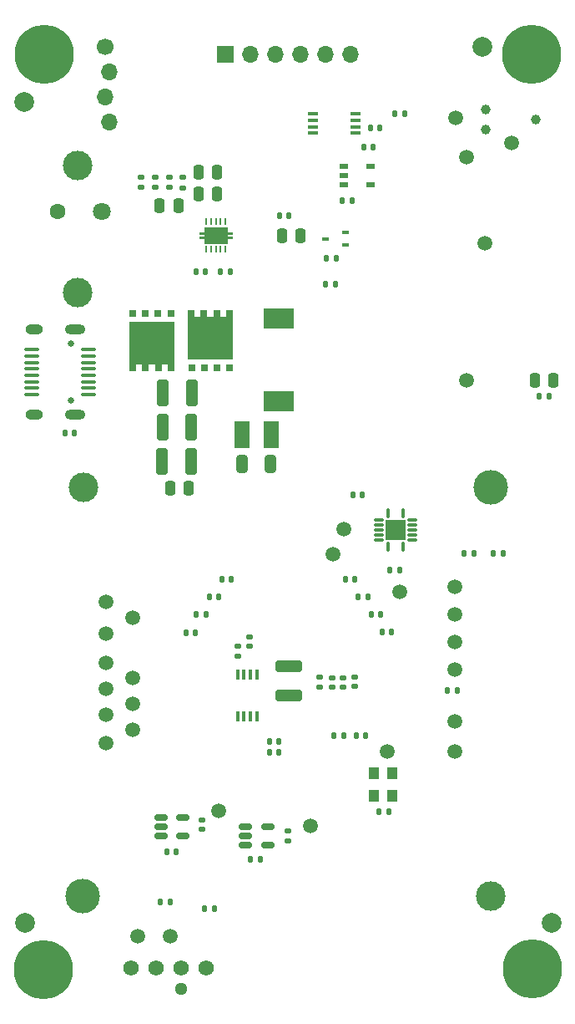
<source format=gbr>
%TF.GenerationSoftware,KiCad,Pcbnew,8.0.2*%
%TF.CreationDate,2024-09-03T18:11:36-04:00*%
%TF.ProjectId,bitaxeUltra,62697461-7865-4556-9c74-72612e6b6963,rev?*%
%TF.SameCoordinates,Original*%
%TF.FileFunction,Soldermask,Top*%
%TF.FilePolarity,Negative*%
%FSLAX46Y46*%
G04 Gerber Fmt 4.6, Leading zero omitted, Abs format (unit mm)*
G04 Created by KiCad (PCBNEW 8.0.2) date 2024-09-03 18:11:36*
%MOMM*%
%LPD*%
G01*
G04 APERTURE LIST*
G04 Aperture macros list*
%AMRoundRect*
0 Rectangle with rounded corners*
0 $1 Rounding radius*
0 $2 $3 $4 $5 $6 $7 $8 $9 X,Y pos of 4 corners*
0 Add a 4 corners polygon primitive as box body*
4,1,4,$2,$3,$4,$5,$6,$7,$8,$9,$2,$3,0*
0 Add four circle primitives for the rounded corners*
1,1,$1+$1,$2,$3*
1,1,$1+$1,$4,$5*
1,1,$1+$1,$6,$7*
1,1,$1+$1,$8,$9*
0 Add four rect primitives between the rounded corners*
20,1,$1+$1,$2,$3,$4,$5,0*
20,1,$1+$1,$4,$5,$6,$7,0*
20,1,$1+$1,$6,$7,$8,$9,0*
20,1,$1+$1,$8,$9,$2,$3,0*%
%AMFreePoly0*
4,1,35,0.005000,-4.560000,0.003536,-4.563536,0.000000,-4.565000,-5.000000,-4.565000,-5.003536,-4.563536,-5.005000,-4.560000,-5.005000,-3.898000,-5.003536,-3.894464,-5.000000,-3.893000,-4.325000,-3.893000,-4.325000,-3.269700,-5.000000,-3.269700,-5.003536,-3.268236,-5.005000,-3.264700,-5.005000,-2.599700,-5.003536,-2.596164,-5.000000,-2.594700,-4.325000,-2.594700,-4.325000,-1.971400,-5.000000,-1.971400,
-5.003536,-1.969936,-5.005000,-1.966400,-5.005000,-1.301400,-5.003536,-1.297864,-5.000000,-1.296400,-4.325000,-1.296400,-4.325000,-0.673100,-5.000000,-0.673100,-5.003536,-0.671636,-5.005000,-0.668100,-5.005000,0.000000,-5.003536,0.003536,-5.000000,0.005000,0.005000,0.005000,0.005000,-4.560000,0.005000,-4.560000,$1*%
%AMFreePoly1*
4,1,45,-0.124646,1.700354,-0.124500,1.700000,-0.124500,1.200500,0.124500,1.200500,0.124500,1.700000,0.124646,1.700354,0.125000,1.700500,0.375000,1.700500,0.375354,1.700354,0.375500,1.700000,0.375500,1.200500,0.825000,1.200500,0.825354,1.200354,0.825500,1.200000,0.825500,-1.200000,0.825354,-1.200354,0.825000,-1.200500,0.375500,-1.200500,0.375500,-1.700000,0.375354,-1.700354,
0.375000,-1.700500,0.125000,-1.700500,0.124646,-1.700354,0.124500,-1.700000,0.124500,-1.200500,-0.124500,-1.200500,-0.124500,-1.700000,-0.124646,-1.700354,-0.125000,-1.700500,-0.375000,-1.700500,-0.375354,-1.700354,-0.375500,-1.700000,-0.375500,-1.200500,-0.825000,-1.200500,-0.825354,-1.200354,-0.825500,-1.200000,-0.825500,1.200000,-0.825354,1.200354,-0.825000,1.200500,-0.375500,1.200500,
-0.375500,1.700000,-0.375354,1.700354,-0.375000,1.700500,-0.125000,1.700500,-0.124646,1.700354,-0.124646,1.700354,$1*%
G04 Aperture macros list end*
%ADD10RoundRect,0.250000X0.250000X0.475000X-0.250000X0.475000X-0.250000X-0.475000X0.250000X-0.475000X0*%
%ADD11RoundRect,0.140000X0.140000X0.170000X-0.140000X0.170000X-0.140000X-0.170000X0.140000X-0.170000X0*%
%ADD12RoundRect,0.100000X-0.637500X-0.100000X0.637500X-0.100000X0.637500X0.100000X-0.637500X0.100000X0*%
%ADD13RoundRect,0.140000X-0.170000X0.140000X-0.170000X-0.140000X0.170000X-0.140000X0.170000X0.140000X0*%
%ADD14C,2.000000*%
%ADD15RoundRect,0.135000X-0.185000X0.135000X-0.185000X-0.135000X0.185000X-0.135000X0.185000X0.135000X0*%
%ADD16RoundRect,0.135000X0.135000X0.185000X-0.135000X0.185000X-0.135000X-0.185000X0.135000X-0.185000X0*%
%ADD17C,1.500000*%
%ADD18R,0.700000X0.450000*%
%ADD19C,3.000000*%
%ADD20RoundRect,0.250000X-0.250000X-0.475000X0.250000X-0.475000X0.250000X0.475000X-0.250000X0.475000X0*%
%ADD21RoundRect,0.150000X-0.512500X-0.150000X0.512500X-0.150000X0.512500X0.150000X-0.512500X0.150000X0*%
%ADD22RoundRect,0.140000X-0.140000X-0.170000X0.140000X-0.170000X0.140000X0.170000X-0.140000X0.170000X0*%
%ADD23R,0.400000X1.100000*%
%ADD24C,0.800000*%
%ADD25C,6.000000*%
%ADD26RoundRect,0.007800X-0.122200X0.442200X-0.122200X-0.442200X0.122200X-0.442200X0.122200X0.442200X0*%
%ADD27RoundRect,0.007800X-0.442200X-0.122200X0.442200X-0.122200X0.442200X0.122200X-0.442200X0.122200X0*%
%ADD28R,2.050000X2.050000*%
%ADD29R,3.100000X2.000000*%
%ADD30RoundRect,0.135000X0.185000X-0.135000X0.185000X0.135000X-0.185000X0.135000X-0.185000X-0.135000X0*%
%ADD31RoundRect,0.135000X-0.135000X-0.185000X0.135000X-0.185000X0.135000X0.185000X-0.135000X0.185000X0*%
%ADD32R,1.100000X0.400000*%
%ADD33R,1.700000X1.700000*%
%ADD34O,1.700000X1.700000*%
%ADD35C,3.500000*%
%ADD36RoundRect,0.250000X-1.100000X0.325000X-1.100000X-0.325000X1.100000X-0.325000X1.100000X0.325000X0*%
%ADD37R,0.700000X0.800000*%
%ADD38FreePoly0,270.000000*%
%ADD39RoundRect,0.140000X0.170000X-0.140000X0.170000X0.140000X-0.170000X0.140000X-0.170000X-0.140000X0*%
%ADD40RoundRect,0.050000X-0.070000X0.250000X-0.070000X-0.250000X0.070000X-0.250000X0.070000X0.250000X0*%
%ADD41C,0.400000*%
%ADD42FreePoly1,270.000000*%
%ADD43R,1.600000X2.700000*%
%ADD44FreePoly0,90.000000*%
%ADD45RoundRect,0.250000X-0.325000X-1.100000X0.325000X-1.100000X0.325000X1.100000X-0.325000X1.100000X0*%
%ADD46R,1.100000X1.300000*%
%ADD47RoundRect,0.250000X0.325000X0.650000X-0.325000X0.650000X-0.325000X-0.650000X0.325000X-0.650000X0*%
%ADD48R,0.952500X0.558800*%
%ADD49C,1.295400*%
%ADD50C,1.574800*%
%ADD51C,1.700000*%
%ADD52C,1.600000*%
%ADD53C,1.800000*%
%ADD54C,0.650000*%
%ADD55O,1.800000X1.000000*%
%ADD56O,2.100000X1.000000*%
%ADD57C,0.990600*%
G04 APERTURE END LIST*
D10*
%TO.C,C43*%
X106814000Y-69487000D03*
X104914000Y-69487000D03*
%TD*%
D11*
%TO.C,C19*%
X116836000Y-103365000D03*
X115876000Y-103365000D03*
%TD*%
D12*
%TO.C,U8*%
X79540000Y-80990000D03*
X79540000Y-81640000D03*
X79540000Y-82290000D03*
X79540000Y-82940000D03*
X79540000Y-83590000D03*
X79540000Y-84240000D03*
X79540000Y-84890000D03*
X79540000Y-85540000D03*
X85265000Y-85540000D03*
X85265000Y-84890000D03*
X85265000Y-84240000D03*
X85265000Y-83590000D03*
X85265000Y-82940000D03*
X85265000Y-82290000D03*
X85265000Y-81640000D03*
X85265000Y-80990000D03*
%TD*%
D13*
%TO.C,C7*%
X112268000Y-114175600D03*
X112268000Y-115135600D03*
%TD*%
D14*
%TO.C,FID2*%
X125270000Y-50310000D03*
%TD*%
%TO.C,FID4*%
X132260000Y-139060000D03*
%TD*%
D15*
%TO.C,R13*%
X90649600Y-63569000D03*
X90649600Y-64589000D03*
%TD*%
D14*
%TO.C,FID3*%
X78850000Y-139070000D03*
%TD*%
D16*
%TO.C,R6*%
X122717000Y-115554000D03*
X121697000Y-115554000D03*
%TD*%
D11*
%TO.C,C1*%
X115730000Y-127810000D03*
X114770000Y-127810000D03*
%TD*%
D17*
%TO.C,TP38*%
X87071200Y-112699800D03*
%TD*%
D18*
%TO.C,Q4*%
X111370000Y-70430000D03*
X111370000Y-69130000D03*
X109370000Y-69780000D03*
%TD*%
D10*
%TO.C,C41*%
X98355400Y-63005800D03*
X96455400Y-63005800D03*
%TD*%
D17*
%TO.C,TP19*%
X123610000Y-84120000D03*
%TD*%
D11*
%TO.C,C3*%
X114920000Y-107790000D03*
X113960000Y-107790000D03*
%TD*%
D19*
%TO.C,H6*%
X84764000Y-94984000D03*
%TD*%
D20*
%TO.C,C38*%
X93550000Y-95040000D03*
X95450000Y-95040000D03*
%TD*%
D17*
%TO.C,TP35*%
X111225000Y-99150000D03*
%TD*%
D13*
%TO.C,C25*%
X105540000Y-129760000D03*
X105540000Y-130720000D03*
%TD*%
D20*
%TO.C,C45*%
X92522000Y-66420000D03*
X94422000Y-66420000D03*
%TD*%
D17*
%TO.C,TP16*%
X93610000Y-140380000D03*
%TD*%
%TO.C,TP15*%
X90300000Y-140410000D03*
%TD*%
D21*
%TO.C,U5*%
X92615500Y-128358000D03*
X92615500Y-129308000D03*
X92615500Y-130258000D03*
X94890500Y-130258000D03*
X94890500Y-128358000D03*
%TD*%
D20*
%TO.C,C51*%
X130580000Y-84090000D03*
X132480000Y-84090000D03*
%TD*%
D17*
%TO.C,TP8*%
X122470000Y-118660000D03*
%TD*%
%TO.C,TP23*%
X122556000Y-57528000D03*
%TD*%
D21*
%TO.C,U6*%
X101182500Y-129290000D03*
X101182500Y-130240000D03*
X101182500Y-131190000D03*
X103457500Y-131190000D03*
X103457500Y-129290000D03*
%TD*%
D19*
%TO.C,H5*%
X126130000Y-136350000D03*
%TD*%
D17*
%TO.C,TP1*%
X89763600Y-114223800D03*
%TD*%
D22*
%TO.C,C4*%
X110210000Y-120130000D03*
X111170000Y-120130000D03*
%TD*%
D17*
%TO.C,TP43*%
X87071200Y-115316000D03*
%TD*%
D23*
%TO.C,U7*%
X102371800Y-113877200D03*
X101721800Y-113877200D03*
X101071800Y-113877200D03*
X100421800Y-113877200D03*
X100421800Y-118177200D03*
X101071800Y-118177200D03*
X101721800Y-118177200D03*
X102371800Y-118177200D03*
%TD*%
D11*
%TO.C,C12*%
X99780000Y-104240000D03*
X98820000Y-104240000D03*
%TD*%
D17*
%TO.C,TP3*%
X122500000Y-107850000D03*
%TD*%
D22*
%TO.C,C52*%
X131050000Y-85700000D03*
X132010000Y-85700000D03*
%TD*%
D16*
%TO.C,R1*%
X127347000Y-101658000D03*
X126327000Y-101658000D03*
%TD*%
D24*
%TO.C,H7*%
X127985010Y-51120990D03*
X128644020Y-49530000D03*
X128644020Y-52711980D03*
X130235010Y-48870990D03*
D25*
X130235010Y-51120990D03*
D24*
X130235010Y-53370990D03*
X131826000Y-49530000D03*
X131826000Y-52711980D03*
X132485010Y-51120990D03*
%TD*%
D14*
%TO.C,FID1*%
X78750000Y-55900000D03*
%TD*%
D26*
%TO.C,U2*%
X115672000Y-97580000D03*
D27*
X114737000Y-98265000D03*
X114737000Y-98765000D03*
X114737000Y-99265000D03*
X114737000Y-99765000D03*
X114737000Y-100265000D03*
D26*
X115672000Y-100950000D03*
X117172000Y-100950000D03*
D27*
X118107000Y-100265000D03*
X118107000Y-99765000D03*
X118107000Y-99265000D03*
X118107000Y-98765000D03*
X118107000Y-98265000D03*
D26*
X117172000Y-97580000D03*
D28*
X116422000Y-99265000D03*
%TD*%
D15*
%TO.C,R10*%
X94828800Y-63573600D03*
X94828800Y-64593600D03*
%TD*%
D17*
%TO.C,TP42*%
X87071200Y-106510000D03*
%TD*%
%TO.C,TP17*%
X125500000Y-70190000D03*
%TD*%
D29*
%TO.C,L1*%
X104570000Y-77870000D03*
X104570000Y-86190000D03*
%TD*%
D30*
%TO.C,R15*%
X93465000Y-64589000D03*
X93465000Y-63569000D03*
%TD*%
D11*
%TO.C,C15*%
X98490000Y-106040000D03*
X97530000Y-106040000D03*
%TD*%
D31*
%TO.C,R16*%
X116330000Y-57110000D03*
X117350000Y-57110000D03*
%TD*%
D24*
%TO.C,H9*%
X128052000Y-143728000D03*
X128711010Y-142137010D03*
X128711010Y-145318990D03*
X130302000Y-141478000D03*
D25*
X130302000Y-143728000D03*
D24*
X130302000Y-145978000D03*
X131892990Y-142137010D03*
X131892990Y-145318990D03*
X132552000Y-143728000D03*
%TD*%
D19*
%TO.C,TP12*%
X84180000Y-75200000D03*
%TD*%
D22*
%TO.C,C16*%
X103650000Y-121810000D03*
X104610000Y-121810000D03*
%TD*%
D11*
%TO.C,C49*%
X114200000Y-60500000D03*
X113240000Y-60500000D03*
%TD*%
%TO.C,C18*%
X96139000Y-109681000D03*
X95179000Y-109681000D03*
%TD*%
D17*
%TO.C,TP18*%
X128200000Y-60060000D03*
%TD*%
D10*
%TO.C,C40*%
X98333000Y-65268000D03*
X96433000Y-65268000D03*
%TD*%
D32*
%TO.C,U10*%
X112380000Y-59065000D03*
X112380000Y-58415000D03*
X112380000Y-57765000D03*
X112380000Y-57115000D03*
X108080000Y-57115000D03*
X108080000Y-57765000D03*
X108080000Y-58415000D03*
X108080000Y-59065000D03*
%TD*%
D17*
%TO.C,TP36*%
X116870000Y-105550000D03*
%TD*%
D22*
%TO.C,C39*%
X104650000Y-67450000D03*
X105610000Y-67450000D03*
%TD*%
D33*
%TO.C,J6*%
X99171505Y-51054000D03*
D34*
X101711505Y-51054000D03*
X104251505Y-51054000D03*
X106791505Y-51054000D03*
X109331505Y-51054000D03*
X111871505Y-51054000D03*
%TD*%
D17*
%TO.C,TP44*%
X89763600Y-116840000D03*
%TD*%
D24*
%TO.C,H10*%
X78455010Y-143830990D03*
X79114020Y-142240000D03*
X79114020Y-145421980D03*
X80705010Y-141580990D03*
D25*
X80705010Y-143830990D03*
D24*
X80705010Y-146080990D03*
X82296000Y-142240000D03*
X82296000Y-145421980D03*
X82955010Y-143830990D03*
%TD*%
D19*
%TO.C,TP5*%
X84150000Y-62350000D03*
%TD*%
D22*
%TO.C,C35*%
X82890000Y-89480000D03*
X83850000Y-89480000D03*
%TD*%
D13*
%TO.C,C10*%
X108712000Y-114201000D03*
X108712000Y-115161000D03*
%TD*%
%TO.C,C11*%
X111150400Y-114226400D03*
X111150400Y-115186400D03*
%TD*%
D15*
%TO.C,R14*%
X92057300Y-63569000D03*
X92057300Y-64589000D03*
%TD*%
D35*
%TO.C,H2*%
X84710000Y-136360000D03*
%TD*%
D22*
%TO.C,C14*%
X103670000Y-120660000D03*
X104630000Y-120660000D03*
%TD*%
D36*
%TO.C,C13*%
X105600000Y-113085000D03*
X105600000Y-116035000D03*
%TD*%
D37*
%TO.C,Q2*%
X95751600Y-82862700D03*
X97049900Y-82862700D03*
X98313300Y-82862700D03*
X99611600Y-82862700D03*
D38*
X99961600Y-81957700D03*
%TD*%
D39*
%TO.C,C33*%
X101590000Y-111050000D03*
X101590000Y-110090000D03*
%TD*%
D31*
%TO.C,R2*%
X92560000Y-136980000D03*
X93580000Y-136980000D03*
%TD*%
D17*
%TO.C,TP41*%
X89763600Y-108130000D03*
%TD*%
%TO.C,TP2*%
X122500000Y-105000000D03*
%TD*%
D22*
%TO.C,C44*%
X113880000Y-58540000D03*
X114840000Y-58540000D03*
%TD*%
D40*
%TO.C,U9*%
X99201691Y-68022200D03*
X98701691Y-68022200D03*
X98201691Y-68022200D03*
X97701691Y-68022200D03*
X97201691Y-68022200D03*
X97201691Y-70822200D03*
X97701691Y-70822200D03*
X98201691Y-70822200D03*
X98701691Y-70822200D03*
X99201691Y-70822200D03*
D41*
X98201691Y-68847200D03*
X99151691Y-69422200D03*
D42*
X98201691Y-69422200D03*
D41*
X97251691Y-69422200D03*
X98201691Y-69997200D03*
%TD*%
D17*
%TO.C,TP34*%
X110075000Y-101700000D03*
%TD*%
%TO.C,TP46*%
X87071200Y-120827800D03*
%TD*%
D24*
%TO.C,H8*%
X78558000Y-51054000D03*
X79217010Y-49463010D03*
X79217010Y-52644990D03*
X80808000Y-48804000D03*
D25*
X80808000Y-51054000D03*
D24*
X80808000Y-53304000D03*
X82398990Y-49463010D03*
X82398990Y-52644990D03*
X83058000Y-51054000D03*
%TD*%
D22*
%TO.C,C22*%
X93253000Y-131818000D03*
X94213000Y-131818000D03*
%TD*%
D17*
%TO.C,TP10*%
X122500000Y-121680000D03*
%TD*%
D11*
%TO.C,C21*%
X124370000Y-101660000D03*
X123410000Y-101660000D03*
%TD*%
%TO.C,C6*%
X113620000Y-106030000D03*
X112660000Y-106030000D03*
%TD*%
D43*
%TO.C,C46*%
X103851600Y-89640200D03*
X100851600Y-89640200D03*
%TD*%
D37*
%TO.C,Q1*%
X93649887Y-77313864D03*
X92351587Y-77313864D03*
X91088187Y-77313864D03*
X89789887Y-77313864D03*
D44*
X89439887Y-78218864D03*
%TD*%
D22*
%TO.C,C42*%
X96189800Y-73128000D03*
X97149800Y-73128000D03*
%TD*%
D17*
%TO.C,TP7*%
X115560000Y-121710000D03*
%TD*%
D45*
%TO.C,C34*%
X92806600Y-85410000D03*
X95756600Y-85410000D03*
%TD*%
D17*
%TO.C,TP40*%
X87071200Y-109740000D03*
%TD*%
D35*
%TO.C,H1*%
X126060000Y-94910000D03*
%TD*%
D46*
%TO.C,U1*%
X116140000Y-126170000D03*
X116140000Y-123870000D03*
X114240000Y-123870000D03*
X114240000Y-126170000D03*
%TD*%
D17*
%TO.C,TP13*%
X98473000Y-127736000D03*
%TD*%
D31*
%TO.C,R12*%
X98650200Y-73123400D03*
X99670200Y-73123400D03*
%TD*%
D16*
%TO.C,R4*%
X110465000Y-71760000D03*
X109445000Y-71760000D03*
%TD*%
D11*
%TO.C,C2*%
X116020000Y-109624000D03*
X115060000Y-109624000D03*
%TD*%
D31*
%TO.C,R7*%
X109340000Y-74410000D03*
X110360000Y-74410000D03*
%TD*%
D22*
%TO.C,C23*%
X101730000Y-132610000D03*
X102690000Y-132610000D03*
%TD*%
D17*
%TO.C,TP6*%
X89763600Y-119507000D03*
%TD*%
D11*
%TO.C,C5*%
X113420000Y-120090000D03*
X112460000Y-120090000D03*
%TD*%
D17*
%TO.C,TP9*%
X122500000Y-113430000D03*
%TD*%
D30*
%TO.C,R9*%
X100460000Y-112090000D03*
X100460000Y-111070000D03*
%TD*%
D11*
%TO.C,C17*%
X97210000Y-107780000D03*
X96250000Y-107780000D03*
%TD*%
%TO.C,C8*%
X112290000Y-104240000D03*
X111330000Y-104240000D03*
%TD*%
%TO.C,C29*%
X98040000Y-137640000D03*
X97080000Y-137640000D03*
%TD*%
D17*
%TO.C,TP14*%
X107830000Y-129200000D03*
%TD*%
%TO.C,TP45*%
X87071200Y-117983000D03*
%TD*%
D22*
%TO.C,C27*%
X111051000Y-65931000D03*
X112011000Y-65931000D03*
%TD*%
D17*
%TO.C,TP22*%
X123640000Y-61510000D03*
%TD*%
D22*
%TO.C,C20*%
X112095000Y-95745000D03*
X113055000Y-95745000D03*
%TD*%
D47*
%TO.C,C47*%
X103786600Y-92610200D03*
X100836600Y-92610200D03*
%TD*%
D13*
%TO.C,C24*%
X96763000Y-128638000D03*
X96763000Y-129598000D03*
%TD*%
D45*
%TO.C,C36*%
X92785000Y-88870000D03*
X95735000Y-88870000D03*
%TD*%
D13*
%TO.C,C9*%
X109982000Y-114230000D03*
X109982000Y-115190000D03*
%TD*%
D48*
%TO.C,U11*%
X111185050Y-62440200D03*
X111185050Y-63380000D03*
X111185050Y-64319800D03*
X113940950Y-64319800D03*
X113940950Y-62440200D03*
%TD*%
D17*
%TO.C,TP4*%
X122500000Y-110650000D03*
%TD*%
D45*
%TO.C,C37*%
X92745000Y-92320000D03*
X95695000Y-92320000D03*
%TD*%
D49*
%TO.C,J4*%
X94701000Y-145782001D03*
D50*
X89621000Y-143622000D03*
X92161000Y-143622000D03*
X94701000Y-143622000D03*
X97241000Y-143622000D03*
%TD*%
D51*
%TO.C,J9*%
X87005000Y-50292000D03*
D34*
X87405000Y-52832000D03*
X87005000Y-55372000D03*
X87405000Y-57912000D03*
%TD*%
D52*
%TO.C,J1*%
X82160000Y-67000000D03*
D53*
X86660000Y-67000000D03*
%TD*%
D54*
%TO.C,J8*%
X83470000Y-86150000D03*
X83470000Y-80370000D03*
D55*
X79790000Y-87580000D03*
D56*
X83970000Y-87580000D03*
D55*
X79790000Y-78940000D03*
D56*
X83970000Y-78940000D03*
%TD*%
D57*
%TO.C,J5*%
X130670000Y-57730000D03*
X125590000Y-58746000D03*
X125590000Y-56714000D03*
%TD*%
M02*

</source>
